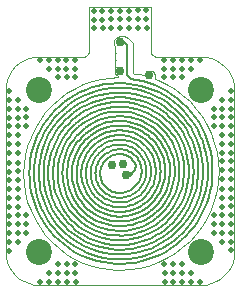
<source format=gbr>
G04 EAGLE Gerber RS-274X export*
G75*
%MOMM*%
%FSLAX34Y34*%
%LPD*%
%INCopper Layer 15*%
%IPPOS*%
%AMOC8*
5,1,8,0,0,1.08239X$1,22.5*%
G01*
%ADD10C,2.199994*%
%ADD11C,0.500000*%
%ADD12C,0.000000*%
%ADD13C,0.200000*%
%ADD14C,0.756400*%


D10*
X137128Y137128D03*
X137128Y0D03*
X0Y0D03*
X0Y137128D03*
D11*
X53858Y189187D03*
X46406Y189128D03*
X61310Y189247D03*
X61191Y204151D03*
X61251Y196699D03*
X46287Y204032D03*
X46346Y196580D03*
X53798Y196639D03*
X53739Y204092D03*
X68762Y189307D03*
X68702Y196759D03*
X76155Y196818D03*
X76214Y189366D03*
X76095Y204270D03*
X68643Y204211D03*
X83666Y189426D03*
X83607Y196878D03*
X91059Y196938D03*
X91118Y189486D03*
X90999Y204390D03*
X83547Y204330D03*
X113622Y162586D03*
X106172Y162586D03*
X106234Y155194D03*
X106295Y147801D03*
X113745Y147801D03*
X121195Y147801D03*
X113684Y155194D03*
X121072Y162586D03*
X121134Y155194D03*
X128584Y155194D03*
X128522Y162586D03*
X135972Y162586D03*
X15932Y147801D03*
X908Y162586D03*
X8420Y155194D03*
X23381Y147801D03*
X30832Y147801D03*
X23320Y155194D03*
X15870Y155194D03*
X15808Y162586D03*
X8358Y162586D03*
X23258Y162586D03*
X30708Y162586D03*
X30770Y155194D03*
X-10672Y15932D03*
X-25457Y908D03*
X-18065Y8420D03*
X-10672Y23381D03*
X-10672Y30832D03*
X-18065Y23320D03*
X-18065Y15870D03*
X-25457Y15808D03*
X-25457Y8358D03*
X-25457Y23258D03*
X-25457Y30708D03*
X-18065Y30770D03*
X-18065Y38220D03*
X-25457Y38158D03*
X-25457Y45608D03*
X-18065Y45670D03*
X-18065Y53120D03*
X-25457Y53058D03*
X-25457Y60508D03*
X-18065Y60570D03*
X-18065Y68020D03*
X-25457Y67958D03*
X-25457Y75408D03*
X-18065Y75470D03*
X-25457Y135972D03*
X-25457Y128522D03*
X-18065Y128584D03*
X-18065Y121134D03*
X-25457Y121072D03*
X-18065Y113684D03*
X-10672Y121195D03*
X-10672Y113745D03*
X-10672Y106295D03*
X-18065Y106234D03*
X-25457Y106172D03*
X-25457Y98722D03*
X-18065Y98784D03*
X-18065Y91334D03*
X-25457Y91272D03*
X-25457Y83822D03*
X-18065Y83884D03*
X-25457Y113622D03*
X147801Y121195D03*
X162586Y136219D03*
X155194Y128707D03*
X147801Y113745D03*
X147801Y106295D03*
X155194Y113807D03*
X155194Y121257D03*
X162586Y121319D03*
X162586Y128769D03*
X162586Y113869D03*
X162586Y106419D03*
X155194Y106357D03*
X155194Y98907D03*
X162586Y98969D03*
X162586Y91519D03*
X155194Y91457D03*
X155194Y84007D03*
X162586Y84069D03*
X162586Y76619D03*
X155194Y76557D03*
X155194Y69107D03*
X162586Y69169D03*
X162586Y61719D03*
X155194Y61657D03*
X162586Y1155D03*
X162586Y8605D03*
X155194Y8543D03*
X155194Y15993D03*
X162586Y16055D03*
X155194Y23443D03*
X147801Y15932D03*
X147801Y23381D03*
X147801Y30832D03*
X155194Y30893D03*
X162586Y30955D03*
X162586Y38405D03*
X155194Y38343D03*
X155194Y45793D03*
X162586Y45855D03*
X162586Y53305D03*
X155194Y53243D03*
X162586Y23505D03*
X23505Y-25457D03*
X30955Y-25457D03*
X30893Y-18065D03*
X30832Y-10672D03*
X23381Y-10672D03*
X15932Y-10672D03*
X23443Y-18065D03*
X16055Y-25457D03*
X15993Y-18065D03*
X8543Y-18065D03*
X8605Y-25457D03*
X1155Y-25457D03*
X106357Y-18065D03*
X106419Y-25457D03*
X113869Y-25457D03*
X128769Y-25457D03*
X121319Y-25457D03*
X121257Y-18065D03*
X113807Y-18065D03*
X106295Y-10672D03*
X113745Y-10672D03*
X128707Y-18065D03*
X136219Y-25457D03*
X121195Y-10672D03*
D12*
X95258Y167785D02*
X94944Y169365D01*
X95258Y167785D02*
X96153Y166445D01*
X97493Y165550D01*
X99073Y165236D01*
X137128Y165236D01*
X137269Y165264D01*
X141531Y164928D01*
X145826Y163897D01*
X149906Y162207D01*
X153672Y159899D01*
X157031Y157031D01*
X159899Y153672D01*
X162207Y149906D01*
X163897Y145826D01*
X164928Y141531D01*
X165264Y137269D01*
X165236Y137128D01*
X165236Y0D01*
X165264Y-140D01*
X164928Y-4402D01*
X163897Y-8697D01*
X162207Y-12778D01*
X159899Y-16543D01*
X157031Y-19902D01*
X153672Y-22770D01*
X149906Y-25078D01*
X145826Y-26768D01*
X141531Y-27800D01*
X137269Y-28135D01*
X137128Y-28107D01*
X0Y-28107D01*
X-140Y-28135D01*
X-4402Y-27800D01*
X-8697Y-26768D01*
X-12778Y-25078D01*
X-16543Y-22770D01*
X-19902Y-19902D01*
X-22770Y-16543D01*
X-25078Y-12778D01*
X-26768Y-8697D01*
X-27800Y-4402D01*
X-28135Y-140D01*
X-28107Y0D01*
X-28107Y137128D01*
X-28135Y137269D01*
X-27800Y141531D01*
X-26768Y145826D01*
X-25078Y149906D01*
X-22770Y153672D01*
X-19902Y157031D01*
X-16543Y159899D01*
X-12778Y162207D01*
X-8697Y163897D01*
X-4402Y164928D01*
X-140Y165264D01*
X0Y165236D01*
X38054Y165236D01*
X39634Y165550D01*
X40974Y166445D01*
X41869Y167785D01*
X42183Y169365D01*
X42183Y207250D01*
X94944Y207250D01*
X94944Y169365D01*
X72153Y182533D02*
X68563Y182533D01*
X66612Y182145D01*
X64959Y181040D01*
X63853Y179386D01*
X63465Y177435D01*
X63853Y175484D01*
X64813Y174049D01*
X64748Y173984D01*
X64063Y172331D01*
X64063Y170540D01*
X64748Y168886D01*
X65200Y168435D01*
X64748Y167984D01*
X64063Y166331D01*
X64063Y164540D01*
X64748Y162886D01*
X65200Y162435D01*
X64748Y161984D01*
X64063Y160330D01*
X64063Y158540D01*
X64748Y156886D01*
X152034Y68275D02*
X151631Y60081D01*
X150428Y84585D02*
X148434Y92543D01*
X145670Y100268D01*
X142162Y107684D01*
X137945Y114721D01*
X121469Y132899D02*
X114879Y137786D01*
X107842Y142004D01*
X96510Y152816D02*
X94856Y153501D01*
X89461Y149896D02*
X88676Y149284D01*
X84743Y150269D01*
X80501Y150898D01*
X79852Y151548D01*
X79852Y174835D01*
X79464Y176786D01*
X78359Y178440D01*
X75758Y181040D01*
X74104Y182145D01*
X72153Y182533D01*
X70759Y178655D02*
X70825Y178609D01*
X70913Y178569D01*
X71023Y178533D01*
X71156Y178503D01*
X71310Y178479D01*
X71687Y178446D01*
X72153Y178435D01*
X72153Y176435D01*
X71909Y176433D01*
X71310Y176392D01*
X71156Y176367D01*
X71023Y176338D01*
X70913Y176302D01*
X70825Y176261D01*
X70759Y176215D01*
X70716Y176164D01*
X70716Y178707D01*
X70759Y178655D01*
X76213Y67471D02*
X76405Y67375D01*
X76599Y67307D02*
X76794Y67265D01*
X76991Y67251D01*
X77190Y67264D01*
X77391Y67304D01*
X77593Y67371D02*
X77797Y67465D01*
X78003Y67586D01*
X78368Y65487D01*
X78121Y65356D01*
X77477Y64957D01*
X77294Y64823D01*
X76977Y64554D01*
X76843Y64418D01*
X76725Y64282D01*
X76622Y64145D01*
X76022Y67593D01*
X76213Y67471D01*
D13*
X75072Y65581D02*
X74563Y65563D01*
X75072Y65581D02*
X75578Y65634D01*
X76080Y65723D01*
X76574Y65846D01*
X77058Y66003D01*
X77530Y66194D01*
X77988Y66417D01*
X78429Y66672D01*
X78851Y66956D01*
X79252Y67270D01*
X79630Y67610D01*
X79984Y67977D01*
X80311Y68367D01*
X80610Y68779D01*
X80880Y69210D01*
X81119Y69660D01*
X81326Y70125D01*
X81500Y70603D01*
X81641Y71093D01*
X81747Y71591D01*
X81817Y72095D01*
X81853Y72603D01*
X81857Y72857D01*
X76071Y80601D02*
X75193Y81104D01*
X74282Y81544D01*
X73342Y81920D01*
X72378Y82229D01*
X71395Y82470D01*
X70398Y82642D01*
X69391Y82744D01*
X69012Y82763D01*
X70061Y13800D02*
X66257Y13819D01*
X70061Y13800D02*
X73858Y14046D01*
X77627Y14557D01*
X81352Y15329D01*
X85014Y16359D01*
X88595Y17642D01*
X92078Y19172D01*
X95446Y20941D01*
X98682Y22941D01*
X101771Y25161D01*
X104697Y27592D01*
X107447Y30220D01*
X110006Y33034D01*
X112364Y36021D01*
X114507Y39164D02*
X116425Y42448D01*
X121685Y56677D02*
X122365Y60420D01*
X122781Y64201D01*
X122933Y68002D01*
X122819Y71805D01*
X122441Y75590D01*
X121799Y79339D01*
X120897Y83035D01*
X119740Y86659D01*
X118333Y90193D01*
X116683Y93620D01*
X69942Y17798D02*
X66417Y17815D01*
X69942Y17798D02*
X73460Y18026D01*
X76953Y18499D01*
X80404Y19214D01*
X83797Y20169D02*
X87116Y21358D01*
X90343Y22775D02*
X93463Y24414D01*
X96462Y26267D01*
X99324Y28325D01*
X102036Y30577D01*
X104583Y33013D01*
X106955Y35620D01*
X109139Y38387D01*
X111125Y41299D02*
X112903Y44343D01*
X114464Y47504D01*
X115801Y50765D01*
X116907Y54112D01*
X117777Y57528D01*
X118406Y60996D01*
X118792Y64499D01*
X118933Y68022D01*
X118828Y71545D01*
X118477Y75052D01*
X117882Y78527D01*
X117047Y81951D01*
X115974Y85309D01*
X107171Y50794D02*
X105858Y48134D01*
X107171Y50794D02*
X108296Y53539D01*
X109227Y56355D01*
X109960Y59230D01*
X110489Y62149D01*
X110814Y65097D01*
X110933Y68061D01*
X110844Y71027D01*
X110549Y73978D01*
X110049Y76902D01*
X109345Y79784D01*
X108443Y82610D01*
X107345Y85366D01*
X106058Y88039D01*
X104588Y90615D01*
X102942Y93083D01*
X101127Y95430D01*
X99153Y97644D01*
X97030Y99715D01*
X94767Y101634D01*
X92376Y103389D01*
X89868Y104974D01*
X87256Y106380D01*
X84552Y107600D01*
X81770Y108628D01*
X78922Y109461D01*
X76024Y110092D01*
X73089Y110519D01*
X70130Y110741D01*
X68987Y49784D02*
X67695Y49790D01*
X68987Y49784D02*
X70275Y49867D01*
X71555Y50041D01*
X72819Y50303D01*
X74062Y50652D01*
X75278Y51088D01*
X76460Y51607D01*
X77603Y52208D01*
X78702Y52886D01*
X79750Y53640D01*
X80744Y54465D01*
X81677Y55357D01*
X82546Y56313D01*
X83346Y57326D01*
X84073Y58393D01*
X84725Y59508D01*
X85297Y60666D02*
X85786Y61860D01*
X86192Y63086D01*
X86510Y64338D01*
X86741Y65608D01*
X86882Y66892D01*
X86934Y68182D01*
X86895Y69473D01*
X86767Y70758D01*
X86549Y72030D01*
X86243Y73285D01*
X85850Y74515D01*
X85372Y75714D01*
X73000Y86203D02*
X71739Y86478D01*
X70461Y86664D01*
X69173Y86760D01*
X69172Y86760D01*
X105388Y57477D02*
X104545Y54926D01*
X105388Y57477D02*
X106051Y60082D01*
X106531Y62726D01*
X106825Y65397D01*
X106132Y76091D02*
X105495Y78701D01*
X104677Y81261D01*
X103683Y83758D01*
X102517Y86179D01*
X101185Y88513D01*
X99694Y90748D01*
X98050Y92874D01*
X96262Y94880D01*
X94338Y96756D01*
X92288Y98494D01*
X90122Y100084D01*
X87850Y101520D01*
X85484Y102793D01*
X83035Y103899D01*
X80514Y104830D01*
X77935Y105584D01*
X75309Y106156D01*
X72650Y106543D01*
X69970Y106744D01*
X69823Y21796D02*
X66577Y21812D01*
X69823Y21796D02*
X73062Y22006D01*
X76278Y22442D01*
X79456Y23101D01*
X82580Y23980D01*
X85636Y25074D01*
X88608Y26380D01*
X91481Y27889D01*
X94242Y29595D01*
X96877Y31490D01*
X99374Y33563D01*
X101720Y35806D01*
X103904Y38207D01*
X105915Y40755D01*
X107744Y43437D01*
X109381Y46239D01*
X110818Y49149D02*
X112049Y52152D01*
X113067Y55234D01*
X113868Y58379D01*
X114448Y61573D01*
X114803Y64799D01*
X114933Y68042D01*
X114836Y71286D01*
X114513Y74516D01*
X113965Y77715D01*
X113196Y80868D01*
X112208Y83960D01*
X111008Y86975D01*
X109599Y89899D01*
X107991Y92718D01*
X106189Y95418D01*
X104204Y97986D01*
X102044Y100409D01*
X99721Y102675D01*
X97245Y104774D01*
X94629Y106695D01*
X91885Y108429D01*
X89027Y109967D01*
X86069Y111302D01*
X83024Y112427D01*
X79909Y113337D01*
X76738Y114028D01*
X73526Y114496D01*
X70778Y-10188D02*
X65299Y-10160D01*
X70778Y-10188D02*
X76246Y-9833D01*
X81676Y-9098D01*
X87041Y-7986D01*
X92315Y-6502D01*
X97474Y-4654D01*
X102490Y-2450D01*
X107341Y96D01*
X112002Y2976D01*
X116451Y6175D01*
X120666Y9675D01*
X124626Y13462D01*
X128313Y17515D01*
X131708Y21816D01*
X134795Y26343D01*
X137558Y31074D01*
X139985Y35986D01*
X142063Y41056D01*
X143782Y46259D01*
X145135Y51569D01*
X146113Y56960D01*
X146713Y62406D01*
X146932Y67881D01*
X146768Y73357D01*
X146223Y78809D01*
X145299Y84210D01*
X144000Y89533D01*
X142333Y94753D01*
X140306Y99843D01*
X137929Y104780D01*
X135213Y109539D01*
X132172Y114096D01*
X128820Y118431D01*
X125175Y122521D01*
X121252Y126347D01*
X117073Y129890D01*
X112656Y133133D01*
X108024Y136060D01*
X103200Y138656D01*
X98205Y140910D01*
X93066Y142810D01*
X87807Y144347D01*
X82453Y145513D02*
X78000Y146190D01*
X70659Y-6190D02*
X65459Y-6164D01*
X70659Y-6190D02*
X75848Y-5854D01*
X81002Y-5156D01*
X86093Y-4100D01*
X91099Y-2692D01*
X95994Y-938D01*
X100755Y1152D01*
X105359Y3570D01*
X109783Y6303D01*
X114005Y9339D01*
X118005Y12661D01*
X121764Y16254D01*
X125263Y20101D01*
X128485Y24183D01*
X131414Y28479D01*
X134037Y32969D01*
X136340Y37632D01*
X138312Y42443D01*
X139944Y47381D01*
X142777Y73099D02*
X142260Y78273D01*
X141383Y83399D01*
X136644Y98235D02*
X134388Y102920D01*
X131811Y107437D01*
X128925Y111762D01*
X125744Y115876D01*
X122284Y119758D01*
X118561Y123389D01*
X114595Y126751D01*
X110403Y129829D01*
X106007Y132607D01*
X101428Y135071D01*
X96688Y137210D01*
X91811Y139013D01*
X86819Y140471D01*
X69332Y90757D02*
X67622Y90766D01*
X65916Y90655D01*
X64221Y90426D01*
X62546Y90079D01*
X60900Y89616D01*
X59290Y89039D01*
X57725Y88351D01*
X56211Y87556D01*
X54756Y86657D01*
X53367Y85658D01*
X52052Y84566D01*
X50816Y83384D01*
X49665Y82119D01*
X48606Y80777D01*
X47642Y79364D01*
X46780Y77887D01*
X46022Y76354D01*
X45374Y74772D01*
X44837Y73148D01*
X44415Y71491D01*
X45922Y56424D02*
X46664Y54883D01*
X47512Y53398D01*
X48461Y51975D01*
X49507Y50622D01*
X50645Y49346D01*
X51869Y48152D01*
X53174Y47046D01*
X54552Y46033D01*
X55998Y45120D01*
X57504Y44310D01*
X59062Y43606D01*
X60666Y43013D01*
X62308Y42534D01*
X65517Y94636D02*
X67502Y94764D01*
X65517Y94636D02*
X63546Y94369D01*
X61598Y93965D01*
X59683Y93426D01*
X57810Y92755D01*
X55989Y91955D01*
X54228Y91030D01*
X52536Y89985D01*
X50920Y88824D01*
X49390Y87553D01*
X47952Y86178D01*
X46614Y84706D01*
X45381Y83145D01*
X44261Y81501D01*
X43257Y79784D01*
X42376Y78000D01*
X41622Y76160D01*
X40998Y74271D01*
X40507Y72343D01*
X43123Y53024D02*
X44109Y51297D01*
X45213Y49642D01*
X46429Y48068D01*
X47753Y46583D01*
X49177Y45194D01*
X50694Y43908D01*
X52298Y42731D01*
X53979Y41668D01*
X55731Y40725D01*
X57544Y39907D01*
X59410Y39217D01*
X61319Y38659D01*
X63263Y38236D01*
X65232Y37949D01*
X54254Y95560D02*
X56331Y96472D01*
X54254Y95560D02*
X52246Y94505D01*
X50316Y93312D01*
X48474Y91988D01*
X46729Y90539D01*
X45089Y88971D01*
X43563Y87293D01*
X42157Y85513D01*
X40879Y83638D01*
X39735Y81680D01*
X38730Y79646D01*
X37870Y77547D01*
X37158Y75393D01*
X38597Y53208D02*
X39581Y51164D01*
X40705Y49194D01*
X41964Y47307D01*
X43352Y45513D01*
X44861Y43819D01*
X46485Y42235D01*
X50044Y39426D02*
X51962Y38214D01*
X53959Y37139D01*
X56027Y36206D01*
X58155Y35419D01*
X60332Y34783D01*
X62549Y34300D01*
X64793Y33973D01*
X67056Y33803D01*
X67742Y86767D02*
X69172Y86760D01*
X67742Y86767D02*
X66314Y86675D01*
X64896Y86483D01*
X63494Y86192D01*
X62117Y85805D01*
X60770Y85322D01*
X59460Y84747D01*
X52716Y79532D02*
X51830Y78409D01*
X51024Y77227D01*
X50302Y75991D01*
X49056Y59361D02*
X49585Y58032D01*
X50915Y55500D02*
X51709Y54310D01*
X52584Y53178D01*
X53537Y52110D01*
X54561Y51110D01*
X55652Y50185D01*
X56806Y49338D01*
X58015Y48574D01*
X59275Y47896D01*
X60580Y47308D01*
X61922Y46811D01*
X63295Y46410D01*
X64694Y46106D01*
X66109Y45899D01*
X66711Y82695D02*
X67861Y82769D01*
X66711Y82695D02*
X65570Y82540D01*
X64442Y82306D01*
X63334Y81995D01*
X62250Y81606D01*
X61195Y81143D01*
X58260Y79330D02*
X57375Y78594D01*
X56542Y77798D01*
X54405Y75091D02*
X53824Y74096D01*
X53314Y73064D01*
X52877Y71998D01*
X52516Y70904D01*
X52231Y69788D01*
X52026Y68655D01*
X51899Y67510D01*
X51853Y66360D01*
X51888Y65208D01*
X52002Y64062D01*
X52197Y62927D01*
X52470Y61808D01*
X52820Y60711D01*
X53246Y59641D01*
X53746Y58604D01*
X67264Y102760D02*
X69811Y102747D01*
X67264Y102760D02*
X64721Y102595D01*
X62197Y102253D01*
X59702Y101736D01*
X38933Y87879D02*
X37498Y85774D01*
X36213Y83574D01*
X35085Y81290D01*
X34119Y78932D01*
X33319Y76513D01*
X32691Y74044D01*
X32235Y71538D01*
X31957Y69005D01*
X31855Y66460D01*
X31931Y63913D01*
X32184Y61378D01*
X32614Y58867D01*
X33218Y56392D01*
X33993Y53965D01*
X34936Y51598D01*
X36041Y49303D02*
X37304Y47090D01*
X38718Y44971D01*
X40276Y42955D01*
X52189Y33551D02*
X54511Y32503D01*
X56901Y31620D01*
X66905Y114755D02*
X70290Y114738D01*
X66905Y114755D02*
X63527Y114536D01*
X60172Y114082D01*
X56858Y113395D02*
X53599Y112478D01*
X50412Y111336D01*
X47313Y109975D01*
X44316Y108401D01*
X41436Y106621D01*
X38687Y104645D01*
X36083Y102482D01*
X33636Y100143D01*
X31359Y97639D01*
X29261Y94982D01*
X27354Y92184D01*
X25647Y89261D01*
X24147Y86226D01*
X22864Y83094D01*
X21801Y79880D01*
X20966Y76599D01*
X20361Y73268D01*
X19991Y69903D01*
X19855Y66521D01*
X19957Y63137D02*
X20293Y59769D01*
X20865Y56432D01*
X21667Y53143D01*
X22697Y49919D01*
X23949Y46774D01*
X25418Y43724D01*
X27096Y40783D01*
X28975Y37967D01*
X31045Y35289D01*
X33298Y32762D01*
X35721Y30398D01*
X38303Y28210D01*
X41032Y26206D01*
X43894Y24398D01*
X46875Y22793D01*
X49961Y21401D01*
X53136Y20227D01*
X56385Y19278D01*
X59693Y18558D01*
X63043Y18070D01*
X66307Y134747D02*
X71088Y134722D01*
X66307Y134747D02*
X61536Y134437D01*
X56798Y133795D01*
X38635Y127995D02*
X34403Y125771D01*
X30335Y123258D01*
X26453Y120467D01*
X22775Y117413D01*
X19319Y114108D01*
X10446Y102868D02*
X8034Y98740D01*
X5917Y94453D01*
X4103Y90029D01*
X2603Y85490D01*
X1423Y80856D01*
X569Y76152D01*
X45Y71399D01*
X-144Y66622D01*
X-1Y61843D01*
X473Y57085D01*
X1280Y52373D01*
X2413Y47728D01*
X3868Y43173D01*
X5637Y38731D01*
X7711Y34423D01*
X10081Y30271D01*
X12734Y26294D01*
X15659Y22511D01*
X18840Y18942D01*
X22263Y15603D01*
X25910Y12512D01*
X29764Y9682D01*
X33806Y7128D01*
X38016Y4862D01*
X42374Y2896D01*
X46858Y1238D01*
X51448Y-102D01*
X56119Y-1120D01*
X60851Y-1809D01*
X65618Y-2166D01*
X66427Y130748D02*
X70929Y130725D01*
X66427Y130748D02*
X61935Y130456D01*
X57473Y129852D01*
X53065Y128939D01*
X48731Y127719D01*
X44493Y126201D01*
X40371Y124390D01*
X36385Y122297D01*
X32555Y119930D01*
X28900Y117302D01*
X25437Y114426D01*
X22182Y111315D01*
X19153Y107984D01*
X16364Y104451D01*
X13828Y100731D01*
X11557Y96843D01*
X9563Y92807D01*
X7855Y88641D01*
X6443Y84367D01*
X5332Y80004D01*
X4528Y75574D01*
X4035Y71099D01*
X3855Y66601D01*
X3989Y62100D01*
X4437Y57621D01*
X5197Y53183D01*
X6264Y48809D01*
X7634Y44521D01*
X9299Y40338D01*
X11252Y36282D01*
X13484Y32372D01*
X15982Y28627D01*
X18736Y25065D01*
X21732Y21704D01*
X24955Y18561D01*
X28389Y15650D01*
X32018Y12985D01*
X35824Y10580D01*
X39788Y8447D01*
X43892Y6595D01*
X48114Y5034D01*
X52436Y3771D01*
X56835Y2813D01*
X61290Y2164D01*
X66546Y126750D02*
X70769Y126728D01*
X66546Y126750D02*
X62333Y126476D01*
X58148Y125909D01*
X54013Y125052D01*
X49948Y123909D01*
X45972Y122484D01*
X42106Y120786D01*
X38368Y118822D01*
X34775Y116603D01*
X31347Y114138D01*
X28098Y111439D01*
X25046Y108521D01*
X22204Y105397D01*
X19588Y102083D01*
X17209Y98594D01*
X15079Y94947D01*
X13209Y91161D01*
X11607Y87254D01*
X10282Y83244D01*
X9240Y79152D01*
X8486Y74997D01*
X8023Y70800D01*
X7855Y66580D01*
X7981Y62359D01*
X8401Y58157D01*
X9114Y53995D01*
X10115Y49892D01*
X11400Y45870D01*
X12962Y41947D01*
X21814Y27621D02*
X24624Y24468D01*
X27647Y21520D01*
X30868Y18789D01*
X34272Y16290D01*
X37841Y14034D01*
X41560Y12033D01*
X45409Y10296D01*
X49370Y8832D01*
X53424Y7647D01*
X57550Y6749D01*
X61728Y6140D01*
X65938Y5825D01*
X66786Y118754D02*
X70450Y118735D01*
X66786Y118754D02*
X63129Y118517D01*
X59498Y118025D01*
X55910Y117281D01*
X52382Y116289D01*
X48933Y115053D01*
X45578Y113579D01*
X42333Y111875D01*
X39216Y109949D01*
X36241Y107810D02*
X33422Y105468D01*
X30773Y102936D01*
X28307Y100225D01*
X26037Y97349D01*
X23973Y94322D01*
X22124Y91157D01*
X20501Y87872D01*
X19111Y84481D01*
X17962Y81002D01*
X17057Y77451D01*
X16403Y73845D01*
X16002Y70203D01*
X15855Y66541D01*
X15965Y62878D01*
X16329Y59232D01*
X16948Y55620D01*
X17816Y52060D01*
X18931Y48570D01*
X20287Y45165D01*
X21877Y41864D01*
X23693Y38681D01*
X25726Y35633D01*
X27968Y32734D01*
X35825Y25070D02*
X38778Y22901D01*
X41876Y20944D01*
X45103Y19207D01*
X48443Y17700D01*
X51880Y16429D01*
X55398Y15402D01*
X58978Y14622D01*
X62604Y14093D01*
X66257Y13819D01*
X67024Y110757D02*
X70130Y110741D01*
X67024Y110757D02*
X63925Y110556D01*
X60847Y110139D01*
X57805Y109509D01*
X54815Y108668D01*
X51891Y107620D01*
X49047Y106371D01*
X46298Y104926D01*
X43655Y103294D01*
X41133Y101481D01*
X38744Y99496D01*
X36499Y97350D01*
X34409Y95052D01*
X32484Y92614D01*
X30734Y90048D01*
X29168Y87366D01*
X27792Y84581D01*
X26614Y81707D01*
X25639Y78758D01*
X24872Y75748D01*
X24318Y72692D01*
X23977Y69604D01*
X23853Y66501D01*
X23946Y63396D01*
X24255Y60305D01*
X24779Y57243D01*
X25516Y54226D01*
X26460Y51267D01*
X27610Y48381D01*
X28957Y45583D01*
X30497Y42885D01*
X32220Y40301D02*
X34120Y37844D01*
X36187Y35525D01*
X38411Y33357D01*
X40780Y31348D01*
X45909Y27850D02*
X48645Y26378D01*
X51476Y25101D01*
X54389Y24024D01*
X57370Y23153D01*
X60405Y22491D01*
X63479Y22044D01*
X66576Y21811D01*
X67144Y106758D02*
X69970Y106744D01*
X67144Y106758D02*
X64322Y106576D01*
X61521Y106196D02*
X58753Y105622D01*
X56032Y104857D01*
X50782Y102767D02*
X48280Y101452D01*
X45875Y99966D01*
X43580Y98316D01*
X41405Y96510D01*
X39362Y94556D01*
X37460Y92465D01*
X35708Y90246D01*
X34116Y87911D01*
X32690Y85470D01*
X31438Y82935D01*
X30366Y80320D01*
X29479Y77635D01*
X28781Y74896D01*
X28276Y72115D01*
X27966Y69305D01*
X27854Y66480D01*
X27938Y63654D01*
X28219Y60842D01*
X28696Y58055D01*
X29366Y55309D01*
X30226Y52616D01*
X31272Y49990D01*
X32499Y47443D01*
X33900Y44987D01*
X35469Y42636D01*
X37198Y40400D01*
X39079Y38289D01*
X41102Y36315D01*
X43259Y34488D01*
X45537Y32815D01*
X47927Y31304D01*
X50416Y29965D01*
X52993Y28802D01*
X55645Y27822D01*
X58358Y27029D01*
X61120Y26427D02*
X63917Y26020D01*
X66736Y25809D01*
X66069Y142743D02*
X71408Y142716D01*
X66069Y142743D02*
X60740Y142397D01*
X55449Y141681D02*
X50221Y140597D01*
X45080Y139151D01*
X40054Y137350D01*
X25895Y129913D02*
X21560Y126796D01*
X17452Y123385D01*
X13593Y119695D01*
X10000Y115745D01*
X6691Y111554D01*
X3683Y107142D01*
X990Y102531D01*
X-1373Y97744D01*
X-3399Y92803D01*
X-5074Y87733D01*
X-6392Y82558D01*
X-7345Y77305D01*
X-7930Y71997D01*
X-8144Y66662D01*
X-7984Y61324D01*
X-7452Y56012D01*
X-6552Y50748D01*
X-5286Y45561D01*
X-3661Y40474D01*
X-1686Y35514D01*
X629Y30703D01*
X3276Y26065D01*
X6239Y21624D01*
X9506Y17399D01*
X13058Y13413D01*
X16881Y9685D01*
X20954Y6232D01*
X25258Y3072D01*
X29772Y219D01*
X34474Y-2310D01*
X39341Y-4506D01*
X49475Y-7855D02*
X54692Y-8991D01*
X59976Y-9761D01*
X65299Y-10160D01*
X61138Y138417D02*
X66188Y138745D01*
X61138Y138417D02*
X56124Y137738D01*
X51169Y136711D01*
X46297Y135341D01*
X28115Y126586D02*
X24006Y123632D01*
X20114Y120399D01*
X16456Y116902D01*
X13051Y113159D01*
X9915Y109186D01*
X7064Y105006D01*
X4512Y100636D01*
X2271Y96099D01*
X352Y91416D01*
X-1235Y86612D01*
X-2484Y81708D01*
X-3388Y76729D01*
X4169Y32564D02*
X6677Y28168D01*
X9486Y23959D01*
X12581Y19956D01*
X15948Y16178D01*
X19571Y12644D01*
X23431Y9372D01*
X27510Y6377D01*
X31788Y3674D01*
X36244Y1276D01*
X40856Y-804D01*
X45603Y-2559D01*
X50460Y-3978D01*
X55405Y-5055D01*
X60412Y-5785D01*
X65458Y-6163D01*
X65459Y-6164D01*
X69464Y33791D02*
X71867Y33947D01*
X74254Y34270D01*
X76611Y34759D01*
X78929Y35411D01*
X81196Y36223D01*
X83401Y37192D01*
X85533Y38312D01*
X87581Y39578D01*
X89537Y40983D01*
X91389Y42522D01*
X93130Y44186D01*
X94750Y45967D01*
X96242Y47857D01*
X97598Y49847D01*
X98813Y51926D01*
X99879Y54085D01*
X100793Y56313D01*
X101548Y58600D01*
X102573Y63303D02*
X102836Y65696D01*
X102932Y68102D01*
X102860Y70509D01*
X102621Y72905D01*
X102214Y75279D01*
X101644Y77618D01*
X100911Y79912D01*
X100020Y82149D01*
X98975Y84319D01*
X97782Y86410D01*
X96445Y88413D01*
X94972Y90318D01*
X93370Y92116D01*
X91647Y93797D01*
X89810Y95354D01*
X87869Y96780D01*
X85833Y98066D01*
X83712Y99207D01*
X81517Y100197D01*
X79259Y101032D01*
X76948Y101708D01*
X74594Y102220D01*
X72212Y102567D01*
X69811Y102747D01*
X69345Y37789D02*
X67216Y37799D01*
X71470Y37927D02*
X73579Y38212D01*
X75664Y38644D01*
X77713Y39221D01*
X79717Y39939D01*
X81667Y40795D01*
X83551Y41785D01*
X85362Y42904D01*
X87091Y44146D01*
X88729Y45507D01*
X90268Y46978D01*
X91700Y48553D01*
X93019Y50224D01*
X94218Y51983D01*
X95292Y53821D01*
X96235Y55730D01*
X97042Y57699D01*
X97711Y59721D01*
X98236Y61784D01*
X98616Y63878D01*
X98849Y65995D01*
X98934Y68122D01*
X98871Y70250D01*
X98659Y72368D01*
X98300Y74466D01*
X97795Y76535D01*
X97147Y78562D01*
X96360Y80540D01*
X95436Y82459D01*
X94381Y84308D01*
X93200Y86079D01*
X91897Y87763D01*
X90481Y89352D01*
X88957Y90839D01*
X87333Y92215D01*
X85617Y93475D01*
X83817Y94612D01*
X81943Y95621D01*
X80002Y96497D01*
X78005Y97235D01*
X75962Y97832D01*
X73882Y98285D01*
X71775Y98592D01*
X69652Y98751D01*
X69651Y98751D01*
X76495Y43031D02*
X74715Y42531D01*
X76495Y43031D02*
X78237Y43655D01*
X79930Y44399D01*
X81568Y45259D01*
X83141Y46232D01*
X84643Y47311D01*
X86066Y48493D01*
X87403Y49771D01*
X88648Y51140D01*
X89794Y52591D01*
X90836Y54120D01*
X91769Y55717D01*
X92588Y57375D01*
X93289Y59087D01*
X93870Y60843D01*
X94326Y62635D01*
X94657Y64455D01*
X94859Y66294D01*
X94933Y68142D01*
X94878Y69991D01*
X94694Y71831D01*
X94382Y73655D01*
X93943Y75452D01*
X93381Y77214D01*
X92696Y78932D01*
X91894Y80599D01*
X90977Y82205D01*
X89951Y83744D01*
X88819Y85207D01*
X87588Y86588D01*
X86264Y87879D01*
X84853Y89076D01*
X83362Y90170D01*
X81799Y91158D01*
X80170Y92035D01*
X78484Y92796D01*
X76749Y93437D01*
X74973Y93956D01*
X73166Y94349D01*
X71336Y94616D01*
X69491Y94754D01*
X70673Y45887D02*
X69106Y45786D01*
X70673Y45887D02*
X72229Y46098D01*
X73767Y46417D01*
X75279Y46842D01*
X76757Y47372D01*
X78195Y48003D01*
X79586Y48734D01*
X80921Y49559D01*
X82197Y50476D01*
X83405Y51479D01*
X84540Y52565D01*
X85596Y53726D01*
X86570Y54959D01*
X87454Y56257D01*
X88246Y57613D01*
X88942Y59021D01*
X89538Y60474D01*
X90030Y61965D01*
X90418Y63487D01*
X90698Y65032D01*
X90870Y66593D01*
X90933Y68162D01*
X90886Y69732D01*
X90730Y71295D01*
X90465Y72843D01*
X90093Y74369D01*
X89615Y75865D01*
X89034Y77324D01*
X88352Y78739D01*
X87574Y80103D01*
X86702Y81409D01*
X85742Y82651D01*
X84697Y83824D01*
X83572Y84920D01*
X82374Y85936D01*
X81109Y86865D01*
X79781Y87704D01*
X78398Y88448D01*
X76967Y89094D01*
X75493Y89639D01*
X73986Y90079D01*
X72451Y90414D01*
X70898Y90640D01*
X69332Y90757D01*
X66666Y122751D02*
X62730Y122496D01*
X58822Y121967D01*
X54961Y121166D01*
X51164Y120098D01*
X47452Y118768D01*
X43841Y117182D01*
X40350Y115349D01*
X36995Y113275D01*
X33793Y110974D01*
X30759Y108454D01*
X27909Y105729D01*
X25255Y102811D01*
X22811Y99716D01*
X20590Y96458D01*
X18601Y93052D01*
X16854Y89516D01*
X15359Y85868D01*
X14121Y82123D01*
X13148Y78301D01*
X12443Y74421D01*
X12011Y70501D01*
X11854Y66561D01*
X11972Y62619D01*
X12364Y58695D01*
X13029Y54808D01*
X13964Y50976D01*
X15164Y47220D01*
X16623Y43556D01*
X18334Y40003D01*
X20289Y36578D01*
X22477Y33297D01*
X24889Y30177D01*
X27514Y27233D01*
X30336Y24480D01*
X33345Y21929D01*
X36524Y19595D01*
X39857Y17489D01*
X43330Y15620D01*
X46925Y13998D01*
X50624Y12630D01*
X54409Y11524D01*
X58262Y10685D01*
X62165Y10116D01*
X66097Y9821D01*
X66098Y9822D01*
X65619Y-2167D02*
X70540Y-2192D01*
X75451Y-1874D01*
X80327Y-1213D01*
X85145Y-214D01*
X89882Y1117D01*
X94515Y2777D01*
X99020Y4755D01*
X103377Y7044D01*
X107563Y9630D01*
X111559Y12503D01*
X115344Y15647D01*
X118901Y19047D01*
X122212Y22688D01*
X125261Y26550D01*
X128033Y30615D01*
X130515Y34865D01*
X132694Y39277D01*
X134561Y43830D01*
X136105Y48502D01*
X137319Y53271D01*
X138198Y58112D01*
X138737Y63004D01*
X138934Y67921D01*
X138787Y72839D01*
X138297Y77736D01*
X137467Y82586D01*
X136300Y87367D01*
X134803Y92054D01*
X132983Y96626D01*
X130848Y101059D01*
X128409Y105333D01*
X125678Y109427D01*
X122668Y113320D01*
X119394Y116993D01*
X115871Y120429D01*
X112118Y123611D01*
X108151Y126524D01*
X103991Y129152D01*
X99658Y131484D01*
X95173Y133508D01*
X90557Y135215D01*
X85834Y136595D01*
X81026Y137642D01*
X76156Y138352D01*
X71249Y138719D01*
X70420Y1805D02*
X65778Y1828D01*
X70420Y1805D02*
X75052Y2105D01*
X79652Y2728D01*
X84196Y3671D01*
X88665Y4928D01*
X93034Y6493D01*
X97284Y8360D01*
X101393Y10518D01*
X105342Y12958D01*
X109111Y15667D01*
X112682Y18633D01*
X116037Y21841D01*
X119160Y25274D01*
X122036Y28918D01*
X124651Y32753D01*
X126992Y36761D01*
X129048Y40922D01*
X130808Y45217D01*
X132264Y49624D01*
X133410Y54122D01*
X134239Y58689D01*
X134747Y63303D01*
X134932Y67941D01*
X134794Y72581D01*
X134332Y77199D01*
X133549Y81774D01*
X132449Y86284D01*
X131037Y90705D01*
X129320Y95018D01*
X127306Y99199D01*
X125005Y103231D01*
X122429Y107092D01*
X119590Y110764D01*
X116501Y114229D01*
X113179Y117470D01*
X109638Y120471D01*
X105896Y123219D01*
X101973Y125698D01*
X97885Y127898D01*
X93654Y129807D01*
X89301Y131417D01*
X84845Y132718D01*
X80310Y133706D01*
X75717Y134375D01*
X70301Y5803D02*
X65938Y5825D01*
X70301Y5803D02*
X74654Y6086D01*
X78977Y6671D01*
X83249Y7557D01*
X87448Y8738D01*
X91555Y10210D01*
X95549Y11964D01*
X99411Y13993D01*
X103122Y16286D01*
X106664Y18832D01*
X110020Y21619D01*
X113173Y24634D01*
X116108Y27861D01*
X118812Y31285D01*
X121269Y34890D01*
X123469Y38657D01*
X125401Y42568D01*
X127056Y46604D01*
X128425Y50746D01*
X129501Y54974D01*
X130280Y59266D01*
X130758Y63602D01*
X130932Y67961D01*
X130802Y72322D01*
X130368Y76663D01*
X129632Y80963D01*
X128598Y85200D01*
X127271Y89356D01*
X125657Y93409D01*
X123764Y97340D01*
X121602Y101129D01*
X119181Y104757D01*
X116512Y108208D01*
X113610Y111465D01*
X110487Y114511D01*
X107159Y117332D01*
X103643Y119914D01*
X99955Y122244D01*
X96113Y124311D01*
X92137Y126106D01*
X88045Y127618D01*
X83858Y128842D01*
X79595Y129770D01*
X75278Y130399D01*
X70181Y9802D02*
X66098Y9822D01*
X70181Y9802D02*
X74256Y10066D01*
X78302Y10614D01*
X82301Y11443D01*
X86231Y12549D01*
X90075Y13926D01*
X93814Y15568D01*
X97429Y17467D01*
X100902Y19613D01*
X104217Y21997D01*
X107359Y24606D01*
X110310Y27427D01*
X113057Y30448D01*
X115587Y33653D01*
X117888Y37027D01*
X119947Y40553D01*
X121755Y44214D01*
X123304Y47992D01*
X124585Y51869D01*
X125593Y55826D01*
X126322Y59843D01*
X126769Y63902D01*
X126932Y67982D01*
X126810Y72063D01*
X126404Y76126D01*
X125715Y80151D01*
X124747Y84118D01*
X123505Y88007D01*
X121994Y91801D01*
X120223Y95480D01*
X118199Y99026D01*
X115932Y102423D01*
X113435Y105653D01*
X110718Y108701D01*
X107795Y111552D01*
X104680Y114192D01*
X101389Y116609D01*
X97937Y118790D01*
X94341Y120725D01*
X90620Y122405D01*
X86790Y123820D01*
X82870Y124965D01*
X78881Y125835D01*
X74840Y126423D01*
X81857Y73757D02*
X81857Y72857D01*
X78000Y146190D02*
X74754Y149436D01*
X74754Y174835D01*
X72153Y177435D02*
X68563Y177435D01*
X72153Y177435D02*
X74754Y174835D01*
D12*
X64748Y156886D02*
X65200Y156435D01*
X64748Y155984D01*
X64063Y154331D01*
X64063Y152540D01*
X64748Y150886D01*
X66014Y149620D01*
X67286Y149094D01*
X67063Y147811D01*
X60355Y147482D01*
X52434Y146307D01*
X44667Y144361D01*
X37127Y141664D01*
X29888Y138240D01*
X23020Y134123D01*
X16588Y129353D01*
X10655Y123975D01*
X5277Y118042D01*
X508Y111610D01*
X-3608Y104742D01*
X-7032Y97503D01*
X-9729Y89963D01*
X-11675Y82196D01*
X-12850Y74275D01*
X-13243Y66277D01*
X-12850Y58279D01*
X-11675Y50358D01*
X-9729Y42590D01*
X-7032Y35050D01*
X-3608Y27811D01*
X508Y20943D01*
X5277Y14511D01*
X10655Y8578D01*
X16588Y3200D01*
X23020Y-1568D01*
X29888Y-5685D01*
X37127Y-9108D01*
X44667Y-11806D01*
X52434Y-13752D01*
X60355Y-14927D01*
X64707Y-15141D01*
X65097Y-15218D01*
X65299Y-15258D01*
X65657Y-15187D01*
X68433Y-15324D01*
X76627Y-14921D01*
X84743Y-13717D01*
X92701Y-11724D01*
X100426Y-8960D01*
X107842Y-5452D01*
X114879Y-1234D01*
X121469Y3651D01*
X127548Y9160D01*
X133058Y15240D01*
X137945Y21829D01*
X142162Y28866D01*
X145670Y36282D01*
X148434Y44007D01*
X150428Y51965D01*
X151631Y60081D01*
X152034Y68275D02*
X151631Y76469D01*
X150428Y84585D01*
X137945Y114721D02*
X133058Y121311D01*
X127548Y127390D01*
X121469Y132899D01*
X107842Y142004D02*
X100426Y145512D01*
X98646Y146149D01*
X98131Y147310D01*
X98461Y148106D01*
X98461Y149896D01*
X97776Y151550D01*
X96510Y152816D01*
X94856Y153501D02*
X93066Y153501D01*
X91412Y152816D01*
X90146Y151550D01*
X89461Y149896D01*
X76405Y67375D02*
X76599Y67307D01*
X77391Y67304D02*
X77593Y67371D01*
D13*
X81857Y73757D02*
X81442Y74680D01*
X80964Y75572D01*
X80424Y76429D01*
X79826Y77245D01*
X79173Y78018D01*
X78467Y78744D01*
X77712Y79418D01*
X76912Y80038D01*
X76071Y80601D01*
X114507Y39164D02*
X112364Y36021D01*
X116425Y42448D02*
X118110Y45859D01*
X119553Y49379D01*
X120746Y52991D01*
X121685Y56677D01*
X116683Y93620D02*
X114797Y96924D01*
X112686Y100089D01*
X110359Y103098D01*
X107828Y105938D01*
X105104Y108594D01*
X102203Y111054D01*
X99136Y113305D01*
X95921Y115338D01*
X92571Y117140D01*
X89103Y118705D01*
X85536Y120024D01*
X81884Y121091D01*
X78167Y121900D01*
X74403Y122449D01*
X70609Y122731D01*
X83797Y20169D02*
X80404Y19214D01*
X87116Y21358D02*
X90343Y22775D01*
X109139Y38387D02*
X111125Y41299D01*
X115974Y85309D02*
X114670Y88584D01*
X113141Y91760D01*
X111394Y94821D01*
X109438Y97753D01*
X107281Y100542D01*
X104936Y103173D01*
X102413Y105634D01*
X99724Y107913D01*
X96883Y110000D01*
X93903Y111882D01*
X90799Y113553D01*
X87586Y115003D01*
X84280Y116225D01*
X80896Y117214D01*
X77452Y117964D01*
X73964Y118472D01*
X70450Y118735D01*
X69703Y25794D02*
X66736Y25809D01*
X69703Y25794D02*
X72663Y25986D01*
X75603Y26385D01*
X78507Y26987D01*
X81363Y27790D01*
X84156Y28790D01*
X86872Y29983D01*
X89498Y31363D01*
X92021Y32922D01*
X94430Y34654D01*
X96712Y36549D01*
X98856Y38599D01*
X100852Y40793D01*
X102690Y43122D01*
X104361Y45573D01*
X105858Y48134D01*
X84725Y59508D02*
X85297Y60666D01*
X85372Y75714D02*
X84812Y76878D01*
X84172Y77999D01*
X83456Y79074D01*
X82666Y80095D01*
X81807Y81059D01*
X80882Y81961D01*
X79897Y82796D01*
X78857Y83560D01*
X77765Y84250D01*
X76628Y84862D01*
X75451Y85393D01*
X74240Y85841D01*
X73000Y86203D01*
X69584Y29793D02*
X66896Y29806D01*
X69584Y29793D02*
X72265Y29967D01*
X74928Y30327D01*
X77559Y30873D01*
X80146Y31601D01*
X82676Y32507D01*
X85136Y33588D01*
X87515Y34837D01*
X89801Y36250D01*
X91983Y37818D01*
X94051Y39535D01*
X95993Y41392D01*
X97801Y43380D01*
X99466Y45490D01*
X100980Y47710D01*
X102335Y50030D01*
X103525Y52440D01*
X104545Y54926D01*
X106825Y65397D02*
X106932Y68082D01*
X106852Y70768D01*
X106585Y73442D01*
X106132Y76091D01*
X110818Y49149D02*
X109381Y46239D01*
X73526Y114496D02*
X70290Y114738D01*
X82453Y145513D02*
X87807Y144347D01*
X141227Y52420D02*
X139944Y47381D01*
X141227Y52420D02*
X142156Y57536D01*
X142725Y62705D01*
X142933Y67901D01*
X142777Y73099D01*
X141383Y83399D02*
X140150Y88450D01*
X138568Y93404D01*
X136644Y98235D01*
X86819Y140471D02*
X81739Y141578D01*
X76593Y142328D01*
X71408Y142716D01*
X44415Y71491D02*
X44110Y69808D01*
X43922Y68108D01*
X43854Y66399D01*
X43905Y64690D01*
X44075Y62988D01*
X44364Y61303D01*
X44769Y59641D01*
X45290Y58012D01*
X45922Y56424D01*
X62308Y42534D02*
X63979Y42170D01*
X65671Y41923D01*
X67375Y41796D01*
X67502Y94764D02*
X69491Y94754D01*
X40507Y72343D02*
X40151Y70386D01*
X39933Y68409D01*
X39854Y66421D01*
X39913Y64432D01*
X40111Y62453D01*
X40447Y60492D01*
X40918Y58560D01*
X41524Y56665D01*
X42260Y54817D01*
X43123Y53024D01*
X65232Y37949D02*
X67215Y37800D01*
X67216Y37799D01*
X67383Y98763D02*
X69651Y98751D01*
X67383Y98763D02*
X65119Y98616D01*
X62871Y98312D01*
X60650Y97851D01*
X58466Y97237D01*
X56331Y96472D01*
X37158Y75393D02*
X36598Y73195D01*
X36193Y70963D01*
X35945Y68708D01*
X35854Y66441D01*
X35922Y64174D01*
X36147Y61917D01*
X36530Y59681D01*
X37068Y57477D01*
X37758Y55316D01*
X38597Y53208D01*
X46485Y42235D02*
X48216Y40768D01*
X50044Y39426D01*
X58193Y84081D02*
X59460Y84747D01*
X58193Y84081D02*
X56976Y83329D01*
X55814Y82494D01*
X54713Y81579D01*
X53679Y80591D01*
X52716Y79532D01*
X50302Y75991D02*
X49668Y74708D01*
X49126Y73384D01*
X48677Y72026D01*
X48324Y70639D01*
X48068Y69231D01*
X47912Y67809D01*
X47854Y66379D01*
X47897Y64949D01*
X48040Y63525D01*
X48281Y62114D01*
X48620Y60725D01*
X49056Y59361D01*
X49585Y58032D02*
X50206Y56743D01*
X50915Y55500D01*
X66109Y45899D02*
X67535Y45793D01*
X67861Y82769D02*
X69012Y82763D01*
X61195Y81143D02*
X60175Y80607D01*
X59196Y80002D01*
X58260Y79330D01*
X56542Y77798D02*
X55767Y76946D01*
X55053Y76042D01*
X54405Y75091D01*
X53746Y58604D02*
X54317Y57603D01*
X54956Y56645D01*
X55660Y55734D01*
X56427Y54874D01*
X57251Y54070D01*
X58129Y53326D01*
X59058Y52644D01*
X60031Y52029D01*
X61046Y51483D01*
X62095Y51009D01*
X63175Y50610D01*
X64281Y50287D01*
X65406Y50042D01*
X66546Y49875D01*
X67694Y49789D01*
X67695Y49790D01*
X57250Y101046D02*
X59702Y101736D01*
X57250Y101046D02*
X54851Y100187D01*
X52519Y99162D01*
X50263Y97978D01*
X48096Y96638D01*
X46027Y95151D01*
X44067Y93524D01*
X42226Y91763D01*
X40512Y89878D01*
X38933Y87879D01*
X34936Y51598D02*
X36041Y49303D01*
X40276Y42955D02*
X41971Y41054D01*
X43795Y39275D01*
X45739Y37627D01*
X47792Y36119D01*
X49946Y34758D01*
X52189Y33551D01*
X56901Y31620D02*
X59346Y30905D01*
X61836Y30363D01*
X64357Y29996D01*
X66896Y29806D01*
X56858Y113395D02*
X60172Y114082D01*
X19855Y66521D02*
X19957Y63137D01*
X63043Y18070D02*
X66417Y17815D01*
X52116Y132825D02*
X56798Y133795D01*
X52116Y132825D02*
X47514Y131530D01*
X43013Y129917D01*
X38635Y127995D01*
X19319Y114108D02*
X16102Y110572D01*
X13139Y106819D01*
X10446Y102868D01*
X65618Y-2166D02*
X65619Y-2167D01*
X65778Y1828D02*
X61290Y2164D01*
X14794Y38142D02*
X12962Y41947D01*
X14794Y38142D02*
X16887Y34474D01*
X19231Y30961D01*
X21814Y27621D01*
X36241Y107810D02*
X39216Y109949D01*
X27968Y32734D02*
X30406Y29998D01*
X33029Y27439D01*
X35825Y25070D01*
X32220Y40301D02*
X30497Y42885D01*
X40780Y31348D02*
X43284Y29509D01*
X45909Y27850D01*
X66576Y21811D02*
X66577Y21812D01*
X61521Y106196D02*
X64322Y106576D01*
X56032Y104857D02*
X53371Y103904D01*
X50782Y102767D01*
X58358Y27029D02*
X61120Y26427D01*
X55449Y141681D02*
X60740Y142397D01*
X40054Y137350D02*
X35165Y135203D01*
X30438Y132720D01*
X25895Y129913D01*
X39341Y-4506D02*
X44349Y-6357D01*
X49475Y-7855D01*
X66188Y138745D02*
X71248Y138719D01*
X46297Y135341D02*
X41533Y133634D01*
X36900Y131599D01*
X32420Y129246D01*
X28115Y126586D01*
X-3388Y76729D02*
X-3942Y71699D01*
X-4144Y66642D01*
X-3993Y61584D01*
X-3489Y56549D01*
X-2636Y51561D01*
X-1436Y46645D01*
X102Y41824D01*
X1974Y37123D01*
X4169Y32564D01*
X67056Y33803D02*
X69464Y33791D01*
X101548Y58600D02*
X102143Y60933D01*
X102573Y63303D01*
X71470Y37927D02*
X69345Y37789D01*
X69225Y41787D02*
X67375Y41796D01*
X69225Y41787D02*
X71071Y41907D01*
X72904Y42155D01*
X74715Y42531D01*
X69106Y45786D02*
X67535Y45793D01*
X66666Y122751D02*
X70609Y122731D01*
X71249Y138719D02*
X71248Y138719D01*
X71088Y134722D02*
X75717Y134375D01*
X75278Y130399D02*
X70929Y130725D01*
X70769Y126728D02*
X74840Y126423D01*
D14*
X68500Y177500D03*
X68500Y153000D03*
X93500Y149500D03*
X73500Y65000D03*
X71500Y74300D03*
X62000Y73500D03*
M02*

</source>
